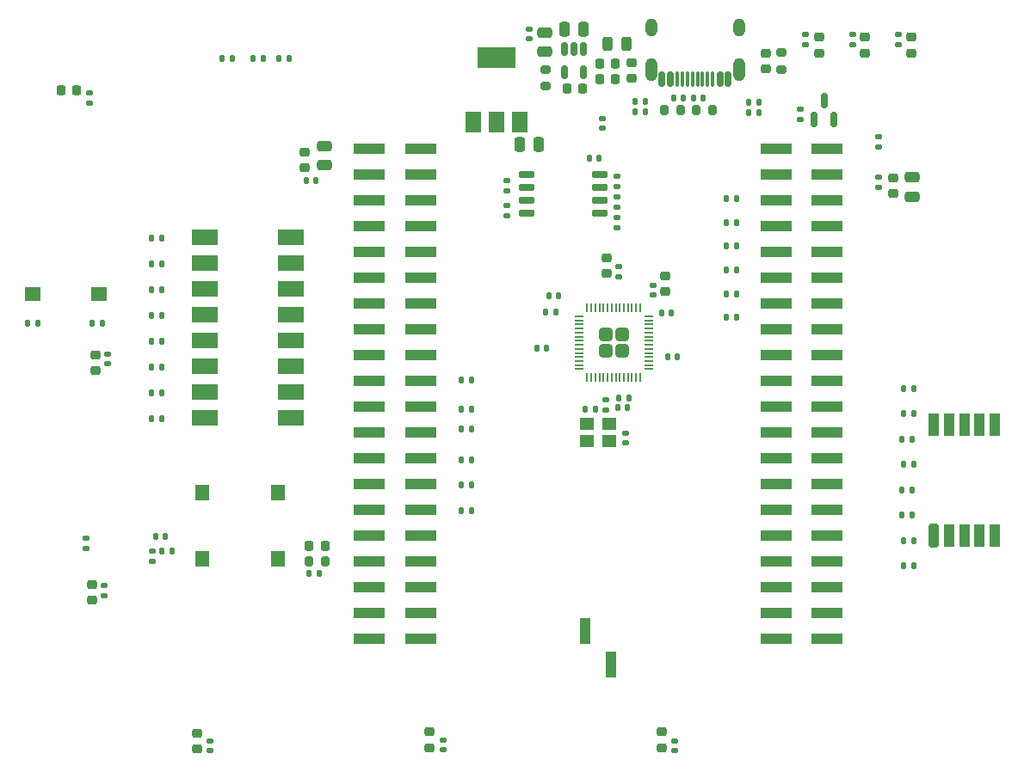
<source format=gbr>
%TF.GenerationSoftware,KiCad,Pcbnew,8.0.7-8.0.7-0~ubuntu22.04.1*%
%TF.CreationDate,2024-12-10T15:43:45-05:00*%
%TF.ProjectId,tinytapeout-demo,74696e79-7461-4706-956f-75742d64656d,2.1.0*%
%TF.SameCoordinates,PX38be5e0PY7d687e0*%
%TF.FileFunction,Paste,Top*%
%TF.FilePolarity,Positive*%
%FSLAX46Y46*%
G04 Gerber Fmt 4.6, Leading zero omitted, Abs format (unit mm)*
G04 Created by KiCad (PCBNEW 8.0.7-8.0.7-0~ubuntu22.04.1) date 2024-12-10 15:43:45*
%MOMM*%
%LPD*%
G01*
G04 APERTURE LIST*
G04 Aperture macros list*
%AMRoundRect*
0 Rectangle with rounded corners*
0 $1 Rounding radius*
0 $2 $3 $4 $5 $6 $7 $8 $9 X,Y pos of 4 corners*
0 Add a 4 corners polygon primitive as box body*
4,1,4,$2,$3,$4,$5,$6,$7,$8,$9,$2,$3,0*
0 Add four circle primitives for the rounded corners*
1,1,$1+$1,$2,$3*
1,1,$1+$1,$4,$5*
1,1,$1+$1,$6,$7*
1,1,$1+$1,$8,$9*
0 Add four rect primitives between the rounded corners*
20,1,$1+$1,$2,$3,$4,$5,0*
20,1,$1+$1,$4,$5,$6,$7,0*
20,1,$1+$1,$6,$7,$8,$9,0*
20,1,$1+$1,$8,$9,$2,$3,0*%
G04 Aperture macros list end*
%ADD10RoundRect,0.135000X0.135000X0.185000X-0.135000X0.185000X-0.135000X-0.185000X0.135000X-0.185000X0*%
%ADD11RoundRect,0.135000X0.185000X-0.135000X0.185000X0.135000X-0.185000X0.135000X-0.185000X-0.135000X0*%
%ADD12RoundRect,0.225000X-0.250000X0.225000X-0.250000X-0.225000X0.250000X-0.225000X0.250000X0.225000X0*%
%ADD13RoundRect,0.140000X-0.170000X0.140000X-0.170000X-0.140000X0.170000X-0.140000X0.170000X0.140000X0*%
%ADD14RoundRect,0.140000X-0.140000X-0.170000X0.140000X-0.170000X0.140000X0.170000X-0.140000X0.170000X0*%
%ADD15RoundRect,0.250000X0.475000X-0.250000X0.475000X0.250000X-0.475000X0.250000X-0.475000X-0.250000X0*%
%ADD16RoundRect,0.135000X-0.185000X0.135000X-0.185000X-0.135000X0.185000X-0.135000X0.185000X0.135000X0*%
%ADD17RoundRect,0.250000X-0.250000X-0.475000X0.250000X-0.475000X0.250000X0.475000X-0.250000X0.475000X0*%
%ADD18RoundRect,0.135000X-0.135000X-0.185000X0.135000X-0.185000X0.135000X0.185000X-0.135000X0.185000X0*%
%ADD19RoundRect,0.250000X0.250000X0.475000X-0.250000X0.475000X-0.250000X-0.475000X0.250000X-0.475000X0*%
%ADD20RoundRect,0.200000X-0.200000X-0.275000X0.200000X-0.275000X0.200000X0.275000X-0.200000X0.275000X0*%
%ADD21RoundRect,0.140000X0.140000X0.170000X-0.140000X0.170000X-0.140000X-0.170000X0.140000X-0.170000X0*%
%ADD22R,1.400000X1.200000*%
%ADD23RoundRect,0.140000X0.170000X-0.140000X0.170000X0.140000X-0.170000X0.140000X-0.170000X-0.140000X0*%
%ADD24R,1.400000X1.500000*%
%ADD25RoundRect,0.225000X-0.225000X-0.250000X0.225000X-0.250000X0.225000X0.250000X-0.225000X0.250000X0*%
%ADD26RoundRect,0.150000X0.150000X0.575000X-0.150000X0.575000X-0.150000X-0.575000X0.150000X-0.575000X0*%
%ADD27RoundRect,0.075000X0.075000X0.650000X-0.075000X0.650000X-0.075000X-0.650000X0.075000X-0.650000X0*%
%ADD28O,1.200000X2.300000*%
%ADD29O,1.200000X1.800000*%
%ADD30R,1.000000X2.510000*%
%ADD31RoundRect,0.250000X-0.475000X0.250000X-0.475000X-0.250000X0.475000X-0.250000X0.475000X0.250000X0*%
%ADD32RoundRect,0.200000X-0.275000X0.200000X-0.275000X-0.200000X0.275000X-0.200000X0.275000X0.200000X0*%
%ADD33RoundRect,0.200000X0.200000X0.275000X-0.200000X0.275000X-0.200000X-0.275000X0.200000X-0.275000X0*%
%ADD34RoundRect,0.200000X0.300000X-0.950000X0.300000X0.950000X-0.300000X0.950000X-0.300000X-0.950000X0*%
%ADD35R,1.000000X2.300000*%
%ADD36RoundRect,0.150000X-0.650000X-0.150000X0.650000X-0.150000X0.650000X0.150000X-0.650000X0.150000X0*%
%ADD37RoundRect,0.225000X0.250000X-0.225000X0.250000X0.225000X-0.250000X0.225000X-0.250000X-0.225000X0*%
%ADD38RoundRect,0.249999X-0.395001X-0.395001X0.395001X-0.395001X0.395001X0.395001X-0.395001X0.395001X0*%
%ADD39RoundRect,0.050000X-0.387500X-0.050000X0.387500X-0.050000X0.387500X0.050000X-0.387500X0.050000X0*%
%ADD40RoundRect,0.050000X-0.050000X-0.387500X0.050000X-0.387500X0.050000X0.387500X-0.050000X0.387500X0*%
%ADD41RoundRect,0.150000X0.150000X-0.587500X0.150000X0.587500X-0.150000X0.587500X-0.150000X-0.587500X0*%
%ADD42RoundRect,0.243750X0.243750X0.456250X-0.243750X0.456250X-0.243750X-0.456250X0.243750X-0.456250X0*%
%ADD43R,1.500000X1.400000*%
%ADD44RoundRect,0.200000X0.275000X-0.200000X0.275000X0.200000X-0.275000X0.200000X-0.275000X-0.200000X0*%
%ADD45RoundRect,0.150000X-0.150000X0.512500X-0.150000X-0.512500X0.150000X-0.512500X0.150000X0.512500X0*%
%ADD46R,1.500000X2.000000*%
%ADD47R,3.800000X2.000000*%
%ADD48RoundRect,0.225000X0.225000X0.250000X-0.225000X0.250000X-0.225000X-0.250000X0.225000X-0.250000X0*%
%ADD49R,3.150000X1.000000*%
%ADD50RoundRect,0.218750X0.256250X-0.218750X0.256250X0.218750X-0.256250X0.218750X-0.256250X-0.218750X0*%
%ADD51RoundRect,0.218750X0.218750X0.256250X-0.218750X0.256250X-0.218750X-0.256250X0.218750X-0.256250X0*%
%ADD52R,2.600000X1.550000*%
G04 APERTURE END LIST*
D10*
%TO.C,R53*%
X130610000Y-76980000D03*
X129590000Y-76980000D03*
%TD*%
D11*
%TO.C,R15*%
X146500000Y-57110000D03*
X146500000Y-56090000D03*
%TD*%
D12*
%TO.C,C32*%
X117800000Y-78125000D03*
X117800000Y-79675000D03*
%TD*%
D13*
%TO.C,C23*%
X144600000Y-66220000D03*
X144600000Y-67180000D03*
%TD*%
D14*
%TO.C,C36*%
X118920000Y-92850000D03*
X119880000Y-92850000D03*
%TD*%
D10*
%TO.C,R55*%
X130610000Y-72300000D03*
X129590000Y-72300000D03*
%TD*%
%TO.C,R20*%
X121610000Y-63750000D03*
X120590000Y-63750000D03*
%TD*%
D15*
%TO.C,C16*%
X147900000Y-72100000D03*
X147900000Y-70200000D03*
%TD*%
D16*
%TO.C,R38*%
X118800000Y-70090000D03*
X118800000Y-71110000D03*
%TD*%
D12*
%TO.C,C48*%
X120300000Y-58925000D03*
X120300000Y-60475000D03*
%TD*%
D17*
%TO.C,C6*%
X109250000Y-67000000D03*
X111150000Y-67000000D03*
%TD*%
D18*
%TO.C,R5*%
X72980000Y-83828571D03*
X74000000Y-83828571D03*
%TD*%
D13*
%TO.C,C56*%
X68400000Y-110420000D03*
X68400000Y-111380000D03*
%TD*%
D19*
%TO.C,C7*%
X115550000Y-55600000D03*
X113650000Y-55600000D03*
%TD*%
D20*
%TO.C,R7*%
X88485000Y-108000000D03*
X90135000Y-108000000D03*
%TD*%
D18*
%TO.C,R1*%
X72980000Y-94000000D03*
X74000000Y-94000000D03*
%TD*%
D21*
%TO.C,C29*%
X116680000Y-93000000D03*
X115720000Y-93000000D03*
%TD*%
%TO.C,C24*%
X89180000Y-70500000D03*
X88220000Y-70500000D03*
%TD*%
D13*
%TO.C,C8*%
X124500000Y-125720000D03*
X124500000Y-126680000D03*
%TD*%
D22*
%TO.C,Y1*%
X115900000Y-96200000D03*
X118100000Y-96200000D03*
X118100000Y-94500000D03*
X115900000Y-94500000D03*
%TD*%
D11*
%TO.C,R18*%
X137400000Y-57110000D03*
X137400000Y-56090000D03*
%TD*%
D13*
%TO.C,C58*%
X66900000Y-61920000D03*
X66900000Y-62880000D03*
%TD*%
D11*
%TO.C,R50*%
X136900000Y-64510000D03*
X136900000Y-63490000D03*
%TD*%
D18*
%TO.C,R11*%
X72990000Y-76200000D03*
X74010000Y-76200000D03*
%TD*%
%TO.C,R43*%
X103490000Y-100500000D03*
X104510000Y-100500000D03*
%TD*%
D14*
%TO.C,C46*%
X131820000Y-62800000D03*
X132780000Y-62800000D03*
%TD*%
D23*
%TO.C,C4*%
X78800000Y-126680000D03*
X78800000Y-125720000D03*
%TD*%
D18*
%TO.C,R24*%
X146830000Y-103471428D03*
X147850000Y-103471428D03*
%TD*%
%TO.C,R22*%
X146980000Y-108460000D03*
X148000000Y-108460000D03*
%TD*%
D21*
%TO.C,C47*%
X121580000Y-62750000D03*
X120620000Y-62750000D03*
%TD*%
D18*
%TO.C,R3*%
X72980000Y-88914285D03*
X74000000Y-88914285D03*
%TD*%
D21*
%TO.C,C2*%
X74380000Y-105600000D03*
X73420000Y-105600000D03*
%TD*%
D10*
%TO.C,R41*%
X112843884Y-83511018D03*
X111823884Y-83511018D03*
%TD*%
D24*
%TO.C,SW2*%
X78000000Y-101250000D03*
X78000000Y-107750000D03*
%TD*%
D10*
%TO.C,R8*%
X75020000Y-107000000D03*
X74000000Y-107000000D03*
%TD*%
%TO.C,R54*%
X130610000Y-74640000D03*
X129590000Y-74640000D03*
%TD*%
D25*
%TO.C,C49*%
X117125000Y-60500000D03*
X118675000Y-60500000D03*
%TD*%
D14*
%TO.C,C35*%
X123820000Y-87900000D03*
X124780000Y-87900000D03*
%TD*%
D26*
%TO.C,J20*%
X129750000Y-60545000D03*
X128950000Y-60545000D03*
D27*
X127750000Y-60545000D03*
X126750000Y-60545000D03*
X126250000Y-60545000D03*
X125250000Y-60545000D03*
D26*
X124050000Y-60545000D03*
X123250000Y-60545000D03*
X123250000Y-60545000D03*
X124050000Y-60545000D03*
D27*
X124750000Y-60545000D03*
X125750000Y-60545000D03*
X127250000Y-60545000D03*
X128250000Y-60545000D03*
D26*
X128950000Y-60545000D03*
X129750000Y-60545000D03*
D28*
X130820000Y-59630000D03*
D29*
X130820000Y-55450000D03*
D28*
X122180000Y-59630000D03*
D29*
X122180000Y-55450000D03*
%TD*%
D30*
%TO.C,J7*%
X118270000Y-118155000D03*
X115730000Y-114845000D03*
%TD*%
D10*
%TO.C,R12*%
X89520000Y-109200000D03*
X88500000Y-109200000D03*
%TD*%
D12*
%TO.C,C25*%
X88100000Y-67725000D03*
X88100000Y-69275000D03*
%TD*%
%TO.C,C5*%
X77500000Y-124925000D03*
X77500000Y-126475000D03*
%TD*%
D11*
%TO.C,R13*%
X73100000Y-108010000D03*
X73100000Y-106990000D03*
%TD*%
D18*
%TO.C,R21*%
X131790000Y-63800000D03*
X132810000Y-63800000D03*
%TD*%
%TO.C,R42*%
X103500000Y-103000000D03*
X104520000Y-103000000D03*
%TD*%
D31*
%TO.C,C21*%
X90000000Y-67100000D03*
X90000000Y-69000000D03*
%TD*%
D32*
%TO.C,R49*%
X111800000Y-59575000D03*
X111800000Y-61225000D03*
%TD*%
D18*
%TO.C,R2*%
X72980000Y-91457142D03*
X74000000Y-91457142D03*
%TD*%
D33*
%TO.C,D5*%
X128225000Y-63600000D03*
X126575000Y-63600000D03*
%TD*%
D13*
%TO.C,C30*%
X119700000Y-95420000D03*
X119700000Y-96380000D03*
%TD*%
D18*
%TO.C,R28*%
X146980000Y-93494284D03*
X148000000Y-93494284D03*
%TD*%
D21*
%TO.C,C39*%
X113080000Y-81900000D03*
X112120000Y-81900000D03*
%TD*%
D34*
%TO.C,U1*%
X150000000Y-105450000D03*
D35*
X151500000Y-105450000D03*
X153000000Y-105450000D03*
X154500000Y-105450000D03*
X156000000Y-105450000D03*
X156000000Y-94550000D03*
X154500000Y-94550000D03*
X153000000Y-94550000D03*
X151500000Y-94550000D03*
X150000000Y-94550000D03*
%TD*%
D18*
%TO.C,R23*%
X146980000Y-105965714D03*
X148000000Y-105965714D03*
%TD*%
D21*
%TO.C,C38*%
X111880000Y-87000000D03*
X110920000Y-87000000D03*
%TD*%
D18*
%TO.C,R45*%
X103490000Y-95000000D03*
X104510000Y-95000000D03*
%TD*%
D36*
%TO.C,U5*%
X109900000Y-69895000D03*
X109900000Y-71165000D03*
X109900000Y-72435000D03*
X109900000Y-73705000D03*
X117100000Y-73705000D03*
X117100000Y-72435000D03*
X117100000Y-71165000D03*
X117100000Y-69895000D03*
%TD*%
D10*
%TO.C,R51*%
X130610000Y-81660000D03*
X129590000Y-81660000D03*
%TD*%
D37*
%TO.C,C37*%
X123600000Y-81475000D03*
X123600000Y-79925000D03*
%TD*%
D11*
%TO.C,R35*%
X108000000Y-74010000D03*
X108000000Y-72990000D03*
%TD*%
D38*
%TO.C,U6*%
X117700000Y-85700000D03*
X117700000Y-87300000D03*
X119300000Y-85700000D03*
X119300000Y-87300000D03*
D39*
X115062500Y-83900000D03*
X115062500Y-84300000D03*
X115062500Y-84700000D03*
X115062500Y-85100000D03*
X115062500Y-85500000D03*
X115062500Y-85900000D03*
X115062500Y-86300000D03*
X115062500Y-86700000D03*
X115062500Y-87100000D03*
X115062500Y-87500000D03*
X115062500Y-87900000D03*
X115062500Y-88300000D03*
X115062500Y-88700000D03*
X115062500Y-89100000D03*
D40*
X115900000Y-89937500D03*
X116300000Y-89937500D03*
X116700000Y-89937500D03*
X117100000Y-89937500D03*
X117500000Y-89937500D03*
X117900000Y-89937500D03*
X118300000Y-89937500D03*
X118700000Y-89937500D03*
X119100000Y-89937500D03*
X119500000Y-89937500D03*
X119900000Y-89937500D03*
X120300000Y-89937500D03*
X120700000Y-89937500D03*
X121100000Y-89937500D03*
D39*
X121937500Y-89100000D03*
X121937500Y-88700000D03*
X121937500Y-88300000D03*
X121937500Y-87900000D03*
X121937500Y-87500000D03*
X121937500Y-87100000D03*
X121937500Y-86700000D03*
X121937500Y-86300000D03*
X121937500Y-85900000D03*
X121937500Y-85500000D03*
X121937500Y-85100000D03*
X121937500Y-84700000D03*
X121937500Y-84300000D03*
X121937500Y-83900000D03*
D40*
X121100000Y-83062500D03*
X120700000Y-83062500D03*
X120300000Y-83062500D03*
X119900000Y-83062500D03*
X119500000Y-83062500D03*
X119100000Y-83062500D03*
X118700000Y-83062500D03*
X118300000Y-83062500D03*
X117900000Y-83062500D03*
X117500000Y-83062500D03*
X117100000Y-83062500D03*
X116700000Y-83062500D03*
X116300000Y-83062500D03*
X115900000Y-83062500D03*
%TD*%
D23*
%TO.C,C33*%
X122400000Y-81780000D03*
X122400000Y-80820000D03*
%TD*%
D41*
%TO.C,Q1*%
X138250000Y-64537500D03*
X140150000Y-64537500D03*
X139200000Y-62662500D03*
%TD*%
D18*
%TO.C,R27*%
X146830000Y-95988570D03*
X147850000Y-95988570D03*
%TD*%
D37*
%TO.C,C9*%
X123200000Y-126375000D03*
X123200000Y-124825000D03*
%TD*%
D42*
%TO.C,F1*%
X119737500Y-57100000D03*
X117862500Y-57100000D03*
%TD*%
D13*
%TO.C,C12*%
X110200000Y-55620000D03*
X110200000Y-56580000D03*
%TD*%
D16*
%TO.C,R40*%
X108000000Y-70490000D03*
X108000000Y-71510000D03*
%TD*%
D21*
%TO.C,C45*%
X125380000Y-62400000D03*
X124420000Y-62400000D03*
%TD*%
D11*
%TO.C,R37*%
X117700000Y-93110000D03*
X117700000Y-92090000D03*
%TD*%
D23*
%TO.C,C26*%
X144600000Y-71180000D03*
X144600000Y-70220000D03*
%TD*%
D12*
%TO.C,C15*%
X100400000Y-124825000D03*
X100400000Y-126375000D03*
%TD*%
D43*
%TO.C,SW3*%
X61375000Y-81700000D03*
X67875000Y-81700000D03*
%TD*%
D44*
%TO.C,R16*%
X135000000Y-59565000D03*
X135000000Y-57915000D03*
%TD*%
D37*
%TO.C,C17*%
X146000000Y-71775000D03*
X146000000Y-70225000D03*
%TD*%
D24*
%TO.C,SW1*%
X85500000Y-107750000D03*
X85500000Y-101250000D03*
%TD*%
D37*
%TO.C,C3*%
X133500000Y-59515000D03*
X133500000Y-57965000D03*
%TD*%
D11*
%TO.C,R17*%
X142000000Y-57110000D03*
X142000000Y-56090000D03*
%TD*%
D14*
%TO.C,C34*%
X123220000Y-83600000D03*
X124180000Y-83600000D03*
%TD*%
D10*
%TO.C,R31*%
X81010000Y-58500000D03*
X79990000Y-58500000D03*
%TD*%
D45*
%TO.C,U3*%
X115550000Y-57562500D03*
X114600000Y-57562500D03*
X113650000Y-57562500D03*
X113650000Y-59837500D03*
X115550000Y-59837500D03*
%TD*%
D13*
%TO.C,C60*%
X68700000Y-87625000D03*
X68700000Y-88585000D03*
%TD*%
D46*
%TO.C,U2*%
X104700000Y-64750000D03*
X107000000Y-64750000D03*
D47*
X107000000Y-58450000D03*
D46*
X109300000Y-64750000D03*
%TD*%
D18*
%TO.C,R25*%
X146830000Y-100977142D03*
X147850000Y-100977142D03*
%TD*%
%TO.C,R29*%
X146980000Y-91000000D03*
X148000000Y-91000000D03*
%TD*%
D37*
%TO.C,C61*%
X67500000Y-89230000D03*
X67500000Y-87680000D03*
%TD*%
D18*
%TO.C,R47*%
X103490000Y-90190000D03*
X104510000Y-90190000D03*
%TD*%
%TO.C,R6*%
X72980000Y-81285714D03*
X74000000Y-81285714D03*
%TD*%
D48*
%TO.C,C11*%
X115425000Y-61500000D03*
X113875000Y-61500000D03*
%TD*%
D49*
%TO.C,J4*%
X94475000Y-67370000D03*
X99525000Y-67370000D03*
X94475000Y-69910000D03*
X99525000Y-69910000D03*
X94475000Y-72450000D03*
X99525000Y-72450000D03*
X94475000Y-74990000D03*
X99525000Y-74990000D03*
X94475000Y-77530000D03*
X99525000Y-77530000D03*
X94475000Y-80070000D03*
X99525000Y-80070000D03*
X94475000Y-82610000D03*
X99525000Y-82610000D03*
X94475000Y-85150000D03*
X99525000Y-85150000D03*
X94475000Y-87690000D03*
X99525000Y-87690000D03*
X94475000Y-90230000D03*
X99525000Y-90230000D03*
X94475000Y-92770000D03*
X99525000Y-92770000D03*
X94475000Y-95310000D03*
X99525000Y-95310000D03*
X94475000Y-97850000D03*
X99525000Y-97850000D03*
X94475000Y-100390000D03*
X99525000Y-100390000D03*
X94475000Y-102930000D03*
X99525000Y-102930000D03*
X94475000Y-105470000D03*
X99525000Y-105470000D03*
X94475000Y-108010000D03*
X99525000Y-108010000D03*
X94475000Y-110550000D03*
X99525000Y-110550000D03*
X94475000Y-113090000D03*
X99525000Y-113090000D03*
X94475000Y-115630000D03*
X99525000Y-115630000D03*
X134475000Y-67370000D03*
X139525000Y-67370000D03*
X134475000Y-69910000D03*
X139525000Y-69910000D03*
X134475000Y-72450000D03*
X139525000Y-72450000D03*
X134475000Y-74990000D03*
X139525000Y-74990000D03*
X134475000Y-77530000D03*
X139525000Y-77530000D03*
X134475000Y-80070000D03*
X139525000Y-80070000D03*
X134475000Y-82610000D03*
X139525000Y-82610000D03*
X134475000Y-85150000D03*
X139525000Y-85150000D03*
X134475000Y-87690000D03*
X139525000Y-87690000D03*
X134475000Y-90230000D03*
X139525000Y-90230000D03*
X134475000Y-92770000D03*
X139525000Y-92770000D03*
X134475000Y-95310000D03*
X139525000Y-95310000D03*
X134475000Y-97850000D03*
X139525000Y-97850000D03*
X134475000Y-100390000D03*
X139525000Y-100390000D03*
X134475000Y-102930000D03*
X139525000Y-102930000D03*
X134475000Y-105470000D03*
X139525000Y-105470000D03*
X134475000Y-108010000D03*
X139525000Y-108010000D03*
X134475000Y-110550000D03*
X139525000Y-110550000D03*
X134475000Y-113090000D03*
X139525000Y-113090000D03*
X134475000Y-115630000D03*
X139525000Y-115630000D03*
%TD*%
D18*
%TO.C,R10*%
X72980000Y-78742857D03*
X74000000Y-78742857D03*
%TD*%
D50*
%TO.C,D2*%
X143250000Y-57987500D03*
X143250000Y-56412500D03*
%TD*%
D10*
%TO.C,R30*%
X86610000Y-58500000D03*
X85590000Y-58500000D03*
%TD*%
D18*
%TO.C,R44*%
X103490000Y-98000000D03*
X104510000Y-98000000D03*
%TD*%
%TO.C,R26*%
X146980000Y-98482856D03*
X148000000Y-98482856D03*
%TD*%
D23*
%TO.C,C41*%
X119000000Y-79980000D03*
X119000000Y-79020000D03*
%TD*%
%TO.C,C13*%
X117400000Y-65380000D03*
X117400000Y-64420000D03*
%TD*%
D10*
%TO.C,R48*%
X130610000Y-84000000D03*
X129590000Y-84000000D03*
%TD*%
%TO.C,R52*%
X130610000Y-79320000D03*
X129590000Y-79320000D03*
%TD*%
D51*
%TO.C,FB1*%
X118687500Y-59000000D03*
X117112500Y-59000000D03*
%TD*%
D37*
%TO.C,C57*%
X67200000Y-111875000D03*
X67200000Y-110325000D03*
%TD*%
D23*
%TO.C,C14*%
X101700000Y-126580000D03*
X101700000Y-125620000D03*
%TD*%
D50*
%TO.C,D3*%
X138700000Y-57987500D03*
X138700000Y-56412500D03*
%TD*%
D11*
%TO.C,R34*%
X118800000Y-73110000D03*
X118800000Y-72090000D03*
%TD*%
D18*
%TO.C,R9*%
X67190000Y-84600000D03*
X68210000Y-84600000D03*
%TD*%
%TO.C,R46*%
X103490000Y-93000000D03*
X104510000Y-93000000D03*
%TD*%
D50*
%TO.C,D1*%
X147800000Y-57987500D03*
X147800000Y-56412500D03*
%TD*%
D16*
%TO.C,R39*%
X118800000Y-74190000D03*
X118800000Y-75210000D03*
%TD*%
D31*
%TO.C,C10*%
X111700000Y-55950000D03*
X111700000Y-57850000D03*
%TD*%
D20*
%TO.C,D6*%
X123475000Y-63600000D03*
X125125000Y-63600000D03*
%TD*%
D18*
%TO.C,R32*%
X82990000Y-58500000D03*
X84010000Y-58500000D03*
%TD*%
%TO.C,R4*%
X72980000Y-86371428D03*
X74000000Y-86371428D03*
%TD*%
D14*
%TO.C,C40*%
X119020000Y-91900000D03*
X119980000Y-91900000D03*
%TD*%
D48*
%TO.C,C1*%
X90085000Y-106500000D03*
X88535000Y-106500000D03*
%TD*%
D52*
%TO.C,SW4*%
X78300000Y-76110000D03*
X78300000Y-78650000D03*
X78300000Y-81190000D03*
X78300000Y-83730000D03*
X78300000Y-86270000D03*
X78300000Y-88810000D03*
X78300000Y-91350000D03*
X78300000Y-93890000D03*
X86700000Y-93890000D03*
X86700000Y-91350000D03*
X86700000Y-88810000D03*
X86700000Y-86270000D03*
X86700000Y-83730000D03*
X86700000Y-81190000D03*
X86700000Y-78650000D03*
X86700000Y-76110000D03*
%TD*%
D14*
%TO.C,C44*%
X126320000Y-62400000D03*
X127280000Y-62400000D03*
%TD*%
D11*
%TO.C,R36*%
X66600000Y-106765000D03*
X66600000Y-105745000D03*
%TD*%
D25*
%TO.C,C59*%
X64125000Y-61600000D03*
X65675000Y-61600000D03*
%TD*%
D14*
%TO.C,C31*%
X116120000Y-68300000D03*
X117080000Y-68300000D03*
%TD*%
D18*
%TO.C,R14*%
X60790000Y-84600000D03*
X61810000Y-84600000D03*
%TD*%
M02*

</source>
